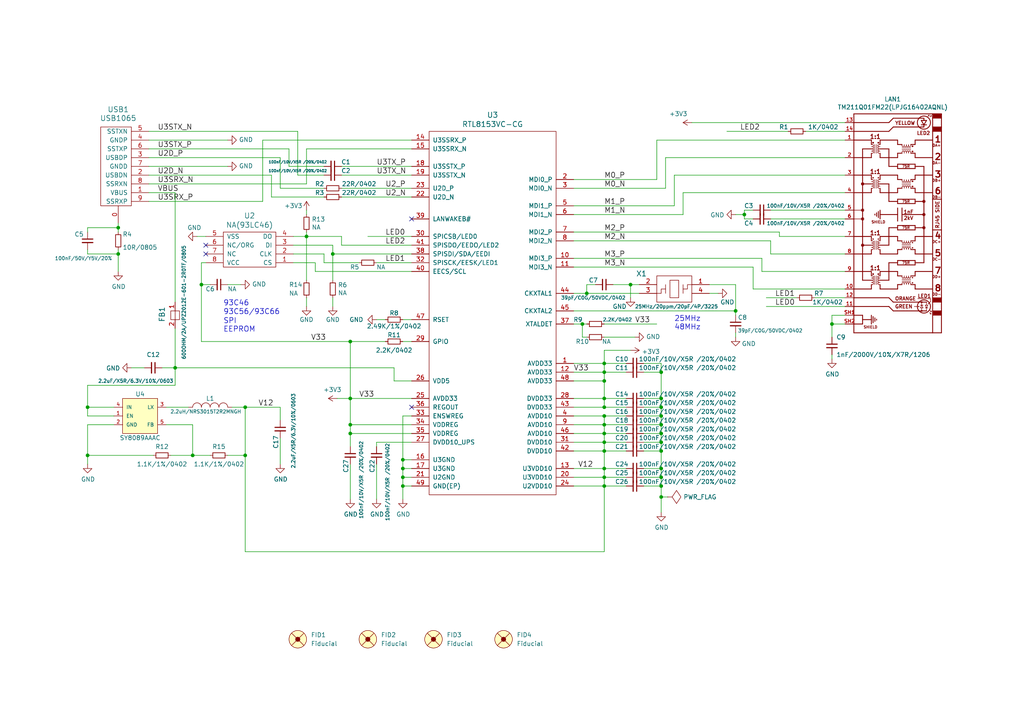
<source format=kicad_sch>
(kicad_sch (version 20230121) (generator eeschema)
  (paper "A4")
  (title_block (title "USB-GIGABIT") (date "2024-01-22") (rev "D") (company "Olimex Ltd."))
  (lib_symbols
    (symbol "OLIMEX_Connectors:TM211Q01FM22" (pin_names (offset 1.016) hide)
      (property "Reference" "LAN" (at -6.35 33.02 0))
      (property "Value" "TM211Q01FM22" (at 6.35 -34.29 0))
      (symbol "TM211Q01FM22_1_0"
        (text "1" (at -11.684 23.114 0) (effects (font (size 1.778 1.778) bold)))
        (text "1:1" (at 6.477 -14.224 0) (effects (font (size 1.27 1.27) bold)))
        (text "1:1" (at 6.477 -4.064 0) (effects (font (size 1.27 1.27) bold)))
        (text "1:1" (at 6.477 13.716 0) (effects (font (size 1.27 1.27) bold)))
        (text "1:1" (at 6.477 23.876 0) (effects (font (size 1.27 1.27) bold)))
        (text "1nF" (at -3.175 2.032 0) (effects (font (size 1.016 1.016) bold)))
        (text "2" (at -11.684 18.034 0) (effects (font (size 1.778 1.778) bold)))
        (text "2kV" (at -3.175 0.254 0) (effects (font (size 1.016 1.016) bold)))
        (text "3" (at -11.684 12.954 0) (effects (font (size 1.778 1.778) bold)))
        (text "4" (at -11.684 -4.826 0) (effects (font (size 1.778 1.778) bold)))
        (text "5" (at -11.684 -9.906 0) (effects (font (size 1.778 1.778) bold)))
        (text "6" (at -11.684 8.128 0) (effects (font (size 1.778 1.778) bold)))
        (text "7" (at -11.684 -14.986 0) (effects (font (size 1.778 1.778) bold)))
        (text "75R" (at -2.413 -12.7 0) (effects (font (size 0.762 0.762) bold)))
        (text "75R" (at -2.413 -2.54 0) (effects (font (size 0.762 0.762) bold)))
        (text "75R" (at -2.413 5.08 0) (effects (font (size 0.762 0.762) bold)))
        (text "75R" (at -2.413 15.24 0) (effects (font (size 0.762 0.762) bold)))
        (text "8" (at -11.684 -20.066 0) (effects (font (size 1.778 1.778) bold)))
        (text "DA+" (at -11.303 21.336 0) (effects (font (size 0.762 0.762) bold)))
        (text "DA-" (at -11.303 16.256 0) (effects (font (size 0.762 0.762) bold)))
        (text "DB+" (at -11.303 11.176 0) (effects (font (size 0.762 0.762) bold)))
        (text "DB-" (at -11.303 6.35 0) (effects (font (size 0.762 0.762) bold)))
        (text "DC+" (at -11.303 -6.604 0) (effects (font (size 0.762 0.762) bold)))
        (text "DC-" (at -11.303 -11.684 0) (effects (font (size 0.762 0.762) bold)))
        (text "DD+" (at -11.303 -16.764 0) (effects (font (size 0.762 0.762) bold)))
        (text "DD-" (at -11.303 -21.844 0) (effects (font (size 0.762 0.762) bold)))
        (text "GREEN" (at -1.778 -25.4 0) (effects (font (size 1.016 1.016) bold)))
        (text "LED1" (at -7.747 -22.352 0) (effects (font (size 1.016 1.016) bold)))
        (text "LED2" (at -7.493 24.892 0) (effects (font (size 1.016 1.016) bold)))
        (text "ORANGE" (at -2.286 -23.114 0) (effects (font (size 1.016 1.016) bold)))
        (text "RJ45 SIDE" (at -11.557 1.27 900) (effects (font (size 1.016 1.016) bold)))
        (text "SHIELD" (at 5.588 -0.889 0) (effects (font (size 0.762 0.762) bold)))
        (text "SHIELD" (at 7.874 -31.369 0) (effects (font (size 0.762 0.762) bold)))
        (text "YELLOW" (at -2.159 27.813 0) (effects (font (size 1.016 1.016) bold)))
      )
      (symbol "TM211Q01FM22_1_1"
        (pin input line (at 15.24 22.86 180) (length 2.54) (name "P1") (number "1"))
        (pin input line (at 15.24 -20.32 180) (length 2.54) (name "P10") (number "10"))
        (pin input line (at 15.24 -25.4 180) (length 2.54) (name "11") (number "11"))
        (pin input line (at 15.24 -22.86 180) (length 2.54) (name "12") (number "12"))
        (pin input line (at 15.24 27.94 180) (length 2.54) (name "13") (number "13"))
        (pin input line (at 15.24 25.4 180) (length 2.54) (name "14") (number "14"))
        (pin input line (at 15.24 17.78 180) (length 2.54) (name "P2") (number "2"))
        (pin input line (at 15.24 12.7 180) (length 2.54) (name "P3") (number "3"))
        (pin input line (at 15.24 7.62 180) (length 2.54) (name "P4") (number "4"))
        (pin input line (at 15.24 2.54 180) (length 2.54) (name "P5") (number "5"))
        (pin input line (at 15.24 0 180) (length 2.54) (name "P6") (number "6"))
        (pin input line (at 15.24 -5.08 180) (length 2.54) (name "P7") (number "7"))
        (pin input line (at 15.24 -10.16 180) (length 2.54) (name "P8") (number "8"))
        (pin input line (at 15.24 -15.24 180) (length 2.54) (name "P9") (number "9"))
        (pin input line (at 15.24 -27.94 180) (length 2.54) (name "SH1") (number "SH1"))
        (pin input line (at 15.24 -30.48 180) (length 2.54) (name "SH2") (number "SH2"))
      )
    )
    (symbol "OLIMEX_IC:RTL8153VCCG" (pin_names (offset 1.016))
      (property "Reference" "U" (at -2.54 58.42 0))
      (property "Value" "RTL8153VCCG" (at 0 -55.88 0))
      (symbol "RTL8153VCCG_1_1"
        (pin power_in line (at 22.86 -13.97 180) (length 5.08) (name "AVDD33") (number "1"))
        (pin bidirectional line (at 22.86 16.51 180) (length 5.08) (name "MDI3_P") (number "10"))
        (pin bidirectional line (at 22.86 13.97 180) (length 5.08) (name "MDI3_N") (number "11"))
        (pin power_in line (at 22.86 -16.51 180) (length 5.08) (name "AVDD33") (number "12"))
        (pin power_in line (at 22.86 -44.45 180) (length 5.08) (name "U3VDD10") (number "13"))
        (pin input line (at -24.13 50.8 0) (length 5.08) (name "U3SSRX_P") (number "14"))
        (pin input line (at -24.13 48.26 0) (length 5.08) (name "U3SSRX_N") (number "15"))
        (pin power_in line (at -24.13 -41.91 0) (length 5.08) (name "U3GND") (number "16"))
        (pin power_in line (at -24.13 -44.45 0) (length 5.08) (name "U3GND") (number "17"))
        (pin output line (at -24.13 43.18 0) (length 5.08) (name "U3SSTX_P") (number "18"))
        (pin output line (at -24.13 40.64 0) (length 5.08) (name "U3SSTX_N") (number "19"))
        (pin bidirectional line (at 22.86 39.37 180) (length 5.08) (name "MDI0_P") (number "2"))
        (pin power_in line (at 22.86 -46.99 180) (length 5.08) (name "U3VDD10") (number "20"))
        (pin power_in line (at -24.13 -46.99 0) (length 5.08) (name "U2GND") (number "21"))
        (pin bidirectional line (at -24.13 34.29 0) (length 5.08) (name "U2D_N") (number "22"))
        (pin bidirectional line (at -24.13 36.83 0) (length 5.08) (name "U2D_P") (number "23"))
        (pin power_in line (at 22.86 -49.53 180) (length 5.08) (name "U2VDD10") (number "24"))
        (pin power_out line (at -24.13 -24.13 0) (length 5.08) (name "AVDD33") (number "25"))
        (pin power_in line (at -24.13 -19.05 0) (length 5.08) (name "VDD5") (number "26"))
        (pin power_out line (at -24.13 -36.83 0) (length 5.08) (name "DVDD10_UPS") (number "27"))
        (pin power_in line (at 22.86 -24.13 180) (length 5.08) (name "DVDD33") (number "28"))
        (pin bidirectional line (at -24.13 -7.62 0) (length 5.08) (name "GPIO") (number "29"))
        (pin bidirectional line (at 22.86 36.83 180) (length 5.08) (name "MDI0_N") (number "3"))
        (pin output line (at -24.13 22.86 0) (length 5.08) (name "SPICSB/LED0") (number "30"))
        (pin power_in line (at 22.86 -36.83 180) (length 5.08) (name "DVDD10") (number "31"))
        (pin output line (at -24.13 15.24 0) (length 5.08) (name "SPISCK/EESK/LED1") (number "32"))
        (pin input line (at -24.13 -29.21 0) (length 5.08) (name "ENSWREG") (number "33"))
        (pin power_in line (at -24.13 -31.75 0) (length 5.08) (name "VDDREG") (number "34"))
        (pin power_in line (at -24.13 -34.29 0) (length 5.08) (name "VDDREG") (number "35"))
        (pin power_out line (at -24.13 -26.67 0) (length 5.08) (name "REGOUT") (number "36"))
        (pin input line (at 22.86 -2.54 180) (length 5.08) (name "XTALDET") (number "37"))
        (pin output line (at -24.13 17.78 0) (length 5.08) (name "SPISDI/SDA/EEDI") (number "38"))
        (pin output line (at -24.13 27.94 0) (length 5.08) (name "LANWAKEB#") (number "39"))
        (pin power_in line (at 22.86 -29.21 180) (length 5.08) (name "AVDD10") (number "4"))
        (pin output line (at -24.13 12.7 0) (length 5.08) (name "EECS/SCL") (number "40"))
        (pin input line (at -24.13 20.32 0) (length 5.08) (name "SPISDO/EEDO/LED2") (number "41"))
        (pin power_in line (at 22.86 -39.37 180) (length 5.08) (name "DVDD10") (number "42"))
        (pin power_in line (at 22.86 -26.67 180) (length 5.08) (name "DVDD33") (number "43"))
        (pin input line (at 22.86 6.35 180) (length 5.08) (name "CKXTAL1") (number "44"))
        (pin bidirectional line (at 22.86 1.27 180) (length 5.08) (name "CKXTAL2") (number "45"))
        (pin power_in line (at 22.86 -34.29 180) (length 5.08) (name "AVDD10") (number "46"))
        (pin passive line (at -24.13 -1.27 0) (length 5.08) (name "RSET") (number "47"))
        (pin power_in line (at 22.86 -19.05 180) (length 5.08) (name "AVDD33") (number "48"))
        (pin power_in line (at -24.13 -49.53 0) (length 5.08) (name "GND(EP)") (number "49"))
        (pin bidirectional line (at 22.86 31.75 180) (length 5.08) (name "MDI1_P") (number "5"))
        (pin bidirectional line (at 22.86 29.21 180) (length 5.08) (name "MDI1_N") (number "6"))
        (pin bidirectional line (at 22.86 24.13 180) (length 5.08) (name "MDI2_P") (number "7"))
        (pin bidirectional line (at 22.86 21.59 180) (length 5.08) (name "MDI2_N") (number "8"))
        (pin power_in line (at 22.86 -31.75 180) (length 5.08) (name "AVDD10") (number "9"))
      )
    )
    (symbol "OLIMEX_OTHER:Fiducial" (pin_numbers hide) (pin_names (offset 0) hide)
      (property "Reference" "FID" (at -1.905 3.175 0))
      (property "Value" "Fiducial" (at -3.81 -4.445 0))
      (symbol "Fiducial_1_1"
        (pin no_connect line (at 0 0 90) (length 0) (name "FID*") (number "Fid1"))
      )
    )
    (symbol "OLIMEX_Power:GND" (power) (pin_names (offset 0))
      (property "Value" "GND" (at 0 -3.81 0))
      (symbol "GND_1_1"
        (pin power_in line (at 0 0 270) (length 0) hide (name "GND") (number "1"))
      )
    )
    (symbol "OLIMEX_Power:PWR_FLAG" (power) (pin_numbers hide) (pin_names (offset 0) hide)
      (property "Value" "PWR_FLAG" (at 0 4.572 0))
      (symbol "PWR_FLAG_0_0"
        (pin power_out line (at 0 0 90) (length 0) (name "pwr") (number "1"))
      )
    )
    (symbol "OLIMEX_RCL:C_Small" (pin_numbers hide) (pin_names (offset 0.254) hide)
      (property "Reference" "C" (at 0.254 1.778 0))
      (property "Value" "C_Small" (at 0.254 -2.032 0))
      (symbol "C_Small_1_1"
        (pin passive line (at 0 2.54 270) (length 1.905) (name "~") (number "1"))
        (pin passive line (at 0 -2.54 90) (length 2.032) (name "~") (number "2"))
      )
    )
    (symbol "OLIMEX_RCL:INDUCTOR_SMALL" (pin_numbers hide) (pin_names (offset 0) hide)
      (property "Reference" "L" (at 0 2.54 0))
      (property "Value" "INDUCTOR_SMALL" (at 0 -1.27 0))
      (symbol "INDUCTOR_SMALL_1_1"
        (pin input line (at -6.35 0 0) (length 1.27) (name "1") (number "1"))
        (pin input line (at 6.35 0 180) (length 1.27) (name "2") (number "2"))
      )
    )
    (symbol "OLIMEX_RCL:R_Small" (pin_numbers hide) (pin_names (offset 0.254) hide)
      (property "Reference" "R" (at 0.762 0.508 0))
      (property "Value" "R_Small" (at 0.762 -1.016 0))
      (symbol "R_Small_1_1"
        (pin passive line (at 0 2.54 270) (length 0.762) (name "~") (number "1"))
        (pin passive line (at 0 -2.54 90) (length 0.762) (name "~") (number "2"))
      )
    )
    (symbol "USB-GIGABIT_Rev_D-rescue:+3.3V-OLIMEX_Power" (power) (pin_names (offset 0))
      (property "Value" "+3.3V-OLIMEX_Power" (at 0 3.556 0))
      (symbol "+3.3V-OLIMEX_Power_1_1"
        (pin power_in line (at 0 0 90) (length 0) hide (name "+3V3") (number "1"))
      )
    )
    (symbol "USB-GIGABIT_Rev_D-rescue:93LC46-lz1ddd" (pin_names (offset 1.016))
      (property "Reference" "U" (at -1.27 6.35 0))
      (property "Value" "lz1ddd_93LC46" (at -1.27 -6.35 0))
      (symbol "93LC46-lz1ddd_1_1"
        (pin input line (at -12.7 3.81 0) (length 5.08) (name "CS") (number "1"))
        (pin input line (at -12.7 1.27 0) (length 5.08) (name "CLK") (number "2"))
        (pin input line (at -12.7 -1.27 0) (length 5.08) (name "DI") (number "3"))
        (pin output line (at -12.7 -3.81 0) (length 5.08) (name "DO") (number "4"))
        (pin power_in line (at 12.7 -3.81 180) (length 5.08) (name "VSS") (number "5"))
        (pin input line (at 12.7 -1.27 180) (length 5.08) (name "NC/ORG") (number "6"))
        (pin input line (at 12.7 1.27 180) (length 5.08) (name "NC") (number "7"))
        (pin power_in line (at 12.7 3.81 180) (length 5.08) (name "VCC") (number "8"))
      )
    )
    (symbol "USB-GIGABIT_Rev_D-rescue:CRYSTAL_4P-lz1ddd" (pin_names (offset 1.016))
      (property "Reference" "X" (at 0 6.35 0))
      (property "Value" "lz1ddd_CRYSTAL_4P" (at 0 -5.08 0))
      (symbol "CRYSTAL_4P-lz1ddd_1_1"
        (pin input line (at -10.16 -1.27 0) (length 5.08) (name "~") (number "1"))
        (pin passive line (at 10.16 -1.27 180) (length 5.08) (name "~") (number "2"))
        (pin bidirectional line (at 10.16 1.27 180) (length 5.08) (name "~") (number "3"))
        (pin passive line (at -10.16 1.27 0) (length 5.08) (name "~") (number "4"))
      )
    )
    (symbol "USB-GIGABIT_Rev_D-rescue:FB0805-lz1ddd" (pin_names (offset 1.016))
      (property "Reference" "FB" (at 0 2.54 0))
      (property "Value" "lz1ddd_FB0805" (at 0 -2.54 0))
      (symbol "FB0805-lz1ddd_1_1"
        (pin power_in line (at -3.81 0 0) (length 2.54) (name "~") (number "1"))
        (pin power_out line (at 3.81 0 180) (length 2.54) (name "~") (number "2"))
      )
    )
    (symbol "USB-GIGABIT_Rev_D-rescue:SY8009AAAC(SOT23-5)-OLIMEX_IC" (pin_names (offset 1.016))
      (property "Reference" "U" (at -3.81 6.35 0))
      (property "Value" "OLIMEX_IC_SY8009AAAC(SOT23-5)" (at -10.16 -7.62 0))
      (symbol "SY8009AAAC(SOT23-5)-OLIMEX_IC_1_1"
        (pin input line (at -7.62 0 0) (length 2.54) (name "EN") (number "1"))
        (pin power_in line (at -7.62 -2.54 0) (length 2.54) (name "GND") (number "2"))
        (pin output line (at 7.62 2.54 180) (length 2.54) (name "LX") (number "3"))
        (pin input line (at -7.62 2.54 0) (length 2.54) (name "IN") (number "4"))
        (pin input line (at 7.62 -2.54 180) (length 2.54) (name "FB") (number "5"))
      )
    )
    (symbol "USB-GIGABIT_Rev_D-rescue:USBA30MALE-OLIMEX_Connectors" (pin_names (offset 1.016))
      (property "Reference" "U" (at -1.27 17.78 0))
      (property "Value" "OLIMEX_Connectors_USBA30MALE" (at 0 15.24 0))
      (symbol "USBA30MALE-OLIMEX_Connectors_1_1"
        (pin bidirectional line (at 0 -13.97 90) (length 5.08) (name "~") (number "0"))
        (pin power_out line (at 8.89 -5.08 180) (length 5.08) (name "VBUS") (number "1"))
        (pin bidirectional line (at 8.89 0 180) (length 5.08) (name "USBDN") (number "2"))
        (pin bidirectional line (at 8.89 5.08 180) (length 5.08) (name "USBDP") (number "3"))
        (pin power_in line (at 8.89 10.16 180) (length 5.08) (name "GNDP") (number "4"))
        (pin bidirectional line (at 8.89 12.7 180) (length 5.08) (name "SSTXN") (number "5"))
        (pin bidirectional line (at 8.89 7.62 180) (length 5.08) (name "SSTXP") (number "6"))
        (pin power_in line (at 8.89 2.54 180) (length 5.08) (name "GNDD") (number "7"))
        (pin bidirectional line (at 8.89 -2.54 180) (length 5.08) (name "SSRXN") (number "8"))
        (pin bidirectional line (at 8.89 -7.62 180) (length 5.08) (name "SSRXP") (number "9"))
      )
    )
  )
  (junction (at 116.84 135.89))
  (junction (at 182.88 82.55))
  (junction (at 191.77 118.11))
  (junction (at 191.77 144.145))
  (junction (at 213.36 90.17))
  (junction (at 25.4 118.11))
  (junction (at 88.9 68.58))
  (junction (at 175.26 140.97))
  (junction (at 191.77 123.19))
  (junction (at 168.91 93.98))
  (junction (at 175.26 128.27))
  (junction (at 175.26 123.19))
  (junction (at 191.77 115.57))
  (junction (at 191.77 130.81))
  (junction (at 25.4 132.08))
  (junction (at 116.84 138.43))
  (junction (at 241.3 93.98))
  (junction (at 191.77 120.65))
  (junction (at 191.77 135.89))
  (junction (at 175.26 135.89))
  (junction (at 191.77 125.73))
  (junction (at 175.26 125.73))
  (junction (at 175.26 138.43))
  (junction (at 175.26 120.65))
  (junction (at 55.88 132.08))
  (junction (at 58.42 82.55))
  (junction (at 50.8 106.68))
  (junction (at 175.26 130.81))
  (junction (at 101.6 99.06))
  (junction (at 34.29 73.66))
  (junction (at 191.77 138.43))
  (junction (at 175.26 107.95))
  (junction (at 170.18 85.09))
  (junction (at 116.84 133.35))
  (junction (at 101.6 115.57))
  (junction (at 71.12 132.08))
  (junction (at 191.77 128.27))
  (junction (at 101.6 123.19))
  (junction (at 116.84 140.97))
  (junction (at 96.52 73.66))
  (junction (at 191.77 107.95))
  (junction (at 175.26 110.49))
  (junction (at 34.29 66.04))
  (junction (at 175.26 105.41))
  (junction (at 191.77 140.97))
  (junction (at 71.12 118.11))
  (junction (at 175.26 118.11))
  (junction (at 101.6 125.73))
  (junction (at 175.26 115.57))
  (junction (at 215.9 62.23))
  (no_connect (at 119.38 118.11))
  (no_connect (at 119.38 63.5))
  (no_connect (at 59.69 73.66))
  (no_connect (at 59.69 71.12))
  (wire (pts (xy 166.37 128.27) (xy 175.26 128.27)))
  (wire (pts (xy 215.9 60.96) (xy 218.44 60.96)))
  (wire (pts (xy 88.9 67.31) (xy 88.9 68.58)))
  (wire (pts (xy 191.77 144.145) (xy 193.675 144.145)))
  (wire (pts (xy 191.77 125.73) (xy 191.77 128.27)))
  (wire (pts (xy 109.22 134.62) (xy 109.22 144.78)))
  (wire (pts (xy 59.69 76.2) (xy 58.42 76.2)))
  (wire (pts (xy 34.29 73.66) (xy 34.29 72.39)))
  (wire (pts (xy 25.4 111.76) (xy 50.8 111.76)))
  (wire (pts (xy 186.69 105.41) (xy 191.77 105.41)))
  (wire (pts (xy 166.37 105.41) (xy 175.26 105.41)))
  (wire (pts (xy 88.9 62.23) (xy 88.9 60.96)))
  (wire (pts (xy 175.26 101.6) (xy 175.26 105.41)))
  (wire (pts (xy 166.37 107.95) (xy 175.26 107.95)))
  (wire (pts (xy 60.96 82.55) (xy 58.42 82.55)))
  (wire (pts (xy 245.11 73.66) (xy 223.52 73.66)))
  (wire (pts (xy 193.04 45.72) (xy 193.04 54.61)))
  (wire (pts (xy 245.11 55.88) (xy 198.12 55.88)))
  (wire (pts (xy 88.9 43.18) (xy 88.9 53.34)))
  (wire (pts (xy 198.12 62.23) (xy 166.37 62.23)))
  (wire (pts (xy 182.88 101.6) (xy 175.26 101.6)))
  (wire (pts (xy 101.6 115.57) (xy 119.38 115.57)))
  (wire (pts (xy 43.18 55.88) (xy 50.8 55.88)))
  (wire (pts (xy 191.77 120.65) (xy 191.77 123.19)))
  (wire (pts (xy 58.42 76.2) (xy 58.42 82.55)))
  (wire (pts (xy 175.26 130.81) (xy 181.61 130.81)))
  (wire (pts (xy 88.9 43.18) (xy 119.38 43.18)))
  (wire (pts (xy 175.26 140.97) (xy 181.61 140.97)))
  (wire (pts (xy 213.36 90.17) (xy 166.37 90.17)))
  (wire (pts (xy 175.26 93.98) (xy 190.5 93.98)))
  (wire (pts (xy 191.77 130.81) (xy 186.69 130.81)))
  (wire (pts (xy 166.37 85.09) (xy 170.18 85.09)))
  (wire (pts (xy 101.6 123.19) (xy 119.38 123.19)))
  (wire (pts (xy 166.37 52.07) (xy 190.5 52.07)))
  (wire (pts (xy 99.06 71.12) (xy 99.06 68.58)))
  (wire (pts (xy 119.38 57.15) (xy 99.06 57.15)))
  (wire (pts (xy 205.74 82.55) (xy 213.36 82.55)))
  (wire (pts (xy 55.88 132.08) (xy 49.53 132.08)))
  (wire (pts (xy 215.9 60.96) (xy 215.9 62.23)))
  (wire (pts (xy 168.91 97.79) (xy 168.91 93.98)))
  (wire (pts (xy 34.29 73.66) (xy 34.29 78.74)))
  (wire (pts (xy 34.29 66.04) (xy 34.29 67.31)))
  (wire (pts (xy 175.26 123.19) (xy 175.26 125.73)))
  (wire (pts (xy 50.8 106.68) (xy 114.3 106.68)))
  (wire (pts (xy 175.26 130.81) (xy 175.26 135.89)))
  (wire (pts (xy 166.37 140.97) (xy 175.26 140.97)))
  (wire (pts (xy 191.77 135.89) (xy 191.77 138.43)))
  (wire (pts (xy 71.12 118.11) (xy 81.28 118.11)))
  (wire (pts (xy 85.09 71.12) (xy 96.52 71.12)))
  (wire (pts (xy 218.44 77.47) (xy 166.37 77.47)))
  (wire (pts (xy 119.38 138.43) (xy 116.84 138.43)))
  (wire (pts (xy 166.37 115.57) (xy 175.26 115.57)))
  (wire (pts (xy 25.4 66.04) (xy 25.4 67.31)))
  (wire (pts (xy 109.22 129.54) (xy 109.22 128.27)))
  (wire (pts (xy 245.11 93.98) (xy 241.3 93.98)))
  (wire (pts (xy 166.37 130.81) (xy 175.26 130.81)))
  (wire (pts (xy 220.98 78.74) (xy 245.11 78.74)))
  (wire (pts (xy 175.26 115.57) (xy 175.26 118.11)))
  (wire (pts (xy 245.11 38.1) (xy 233.68 38.1)))
  (wire (pts (xy 116.84 120.65) (xy 116.84 133.35)))
  (wire (pts (xy 88.9 53.34) (xy 43.18 53.34)))
  (wire (pts (xy 119.38 68.58) (xy 106.68 68.58)))
  (wire (pts (xy 50.8 106.68) (xy 50.8 95.25)))
  (wire (pts (xy 191.77 107.95) (xy 191.77 115.57)))
  (wire (pts (xy 166.37 67.31) (xy 226.06 67.31)))
  (wire (pts (xy 166.37 135.89) (xy 175.26 135.89)))
  (wire (pts (xy 241.3 102.87) (xy 241.3 104.14)))
  (wire (pts (xy 116.84 133.35) (xy 119.38 133.35)))
  (wire (pts (xy 210.82 38.1) (xy 228.6 38.1)))
  (wire (pts (xy 191.77 140.97) (xy 191.77 144.145)))
  (wire (pts (xy 50.8 111.76) (xy 50.8 106.68)))
  (wire (pts (xy 43.18 45.72) (xy 81.28 45.72)))
  (wire (pts (xy 175.26 120.65) (xy 175.26 123.19)))
  (wire (pts (xy 96.52 73.66) (xy 96.52 81.28)))
  (wire (pts (xy 245.11 63.5) (xy 223.52 63.5)))
  (wire (pts (xy 170.18 82.55) (xy 170.18 85.09)))
  (wire (pts (xy 25.4 73.66) (xy 34.29 73.66)))
  (wire (pts (xy 245.11 88.9) (xy 222.25 88.9)))
  (wire (pts (xy 66.04 132.08) (xy 71.12 132.08)))
  (wire (pts (xy 76.2 58.42) (xy 43.18 58.42)))
  (wire (pts (xy 218.44 83.82) (xy 218.44 77.47)))
  (wire (pts (xy 241.3 93.98) (xy 241.3 97.79)))
  (wire (pts (xy 81.28 134.62) (xy 81.28 127)))
  (wire (pts (xy 86.36 38.1) (xy 43.18 38.1)))
  (wire (pts (xy 67.31 118.11) (xy 71.12 118.11)))
  (wire (pts (xy 166.37 125.73) (xy 175.26 125.73)))
  (wire (pts (xy 60.96 132.08) (xy 55.88 132.08)))
  (wire (pts (xy 195.58 50.8) (xy 245.11 50.8)))
  (wire (pts (xy 101.6 99.06) (xy 111.76 99.06)))
  (wire (pts (xy 186.69 138.43) (xy 191.77 138.43)))
  (wire (pts (xy 119.38 50.8) (xy 99.06 50.8)))
  (wire (pts (xy 191.77 128.27) (xy 186.69 128.27)))
  (wire (pts (xy 191.77 123.19) (xy 186.69 123.19)))
  (wire (pts (xy 220.98 74.93) (xy 220.98 78.74)))
  (wire (pts (xy 34.29 64.77) (xy 34.29 66.04)))
  (wire (pts (xy 34.29 66.04) (xy 25.4 66.04)))
  (wire (pts (xy 116.84 140.97) (xy 116.84 144.78)))
  (wire (pts (xy 101.6 115.57) (xy 101.6 123.19)))
  (wire (pts (xy 166.37 123.19) (xy 175.26 123.19)))
  (wire (pts (xy 168.91 93.98) (xy 170.18 93.98)))
  (wire (pts (xy 175.26 110.49) (xy 175.26 115.57)))
  (wire (pts (xy 96.52 88.9) (xy 96.52 86.36)))
  (wire (pts (xy 99.06 68.58) (xy 88.9 68.58)))
  (wire (pts (xy 99.06 54.61) (xy 119.38 54.61)))
  (wire (pts (xy 86.36 50.8) (xy 93.98 50.8)))
  (wire (pts (xy 116.84 133.35) (xy 116.84 135.89)))
  (wire (pts (xy 175.26 138.43) (xy 175.26 140.97)))
  (wire (pts (xy 215.9 62.23) (xy 215.9 63.5)))
  (wire (pts (xy 213.36 96.52) (xy 213.36 97.79)))
  (wire (pts (xy 58.42 99.06) (xy 101.6 99.06)))
  (wire (pts (xy 175.26 107.95) (xy 181.61 107.95)))
  (wire (pts (xy 175.26 107.95) (xy 175.26 110.49)))
  (wire (pts (xy 191.77 138.43) (xy 191.77 140.97)))
  (wire (pts (xy 177.8 82.55) (xy 182.88 82.55)))
  (wire (pts (xy 241.3 91.44) (xy 241.3 93.98)))
  (wire (pts (xy 191.77 125.73) (xy 186.69 125.73)))
  (wire (pts (xy 43.18 40.64) (xy 66.04 40.64)))
  (wire (pts (xy 175.26 123.19) (xy 181.61 123.19)))
  (wire (pts (xy 245.11 91.44) (xy 241.3 91.44)))
  (wire (pts (xy 213.36 90.17) (xy 213.36 91.44)))
  (wire (pts (xy 43.18 48.26) (xy 66.04 48.26)))
  (wire (pts (xy 182.88 82.55) (xy 182.88 86.36)))
  (wire (pts (xy 33.02 118.11) (xy 25.4 118.11)))
  (wire (pts (xy 83.82 48.26) (xy 93.98 48.26)))
  (wire (pts (xy 58.42 82.55) (xy 58.42 99.06)))
  (wire (pts (xy 198.12 55.88) (xy 198.12 62.23)))
  (wire (pts (xy 182.88 82.55) (xy 185.42 82.55)))
  (wire (pts (xy 25.4 118.11) (xy 25.4 111.76)))
  (wire (pts (xy 175.26 105.41) (xy 181.61 105.41)))
  (wire (pts (xy 93.98 76.2) (xy 93.98 73.66)))
  (wire (pts (xy 41.91 106.68) (xy 38.1 106.68)))
  (wire (pts (xy 66.04 82.55) (xy 69.85 82.55)))
  (wire (pts (xy 166.37 59.69) (xy 195.58 59.69)))
  (wire (pts (xy 213.36 82.55) (xy 213.36 90.17)))
  (wire (pts (xy 93.98 57.15) (xy 78.74 57.15)))
  (wire (pts (xy 166.37 120.65) (xy 175.26 120.65)))
  (wire (pts (xy 170.18 97.79) (xy 168.91 97.79)))
  (wire (pts (xy 33.02 123.19) (xy 25.4 123.19)))
  (wire (pts (xy 166.37 93.98) (xy 168.91 93.98)))
  (wire (pts (xy 226.06 67.31) (xy 226.06 68.58)))
  (wire (pts (xy 175.26 128.27) (xy 175.26 130.81)))
  (wire (pts (xy 48.26 123.19) (xy 55.88 123.19)))
  (wire (pts (xy 166.37 74.93) (xy 220.98 74.93)))
  (wire (pts (xy 175.26 138.43) (xy 181.61 138.43)))
  (wire (pts (xy 205.74 85.09) (xy 208.28 85.09)))
  (wire (pts (xy 119.38 125.73) (xy 101.6 125.73)))
  (wire (pts (xy 166.37 138.43) (xy 175.26 138.43)))
  (wire (pts (xy 119.38 135.89) (xy 116.84 135.89)))
  (wire (pts (xy 166.37 118.11) (xy 175.26 118.11)))
  (wire (pts (xy 46.99 106.68) (xy 50.8 106.68)))
  (wire (pts (xy 50.8 55.88) (xy 50.8 87.63)))
  (wire (pts (xy 191.77 118.11) (xy 191.77 120.65)))
  (wire (pts (xy 59.69 68.58) (xy 57.15 68.58)))
  (wire (pts (xy 88.9 88.9) (xy 88.9 86.36)))
  (wire (pts (xy 25.4 120.65) (xy 33.02 120.65)))
  (wire (pts (xy 191.77 144.145) (xy 191.77 148.59)))
  (wire (pts (xy 119.38 71.12) (xy 99.06 71.12)))
  (wire (pts (xy 175.26 135.89) (xy 181.61 135.89)))
  (wire (pts (xy 170.18 85.09) (xy 185.42 85.09)))
  (wire (pts (xy 114.3 110.49) (xy 119.38 110.49)))
  (wire (pts (xy 195.58 59.69) (xy 195.58 50.8)))
  (wire (pts (xy 223.52 73.66) (xy 223.52 69.85)))
  (wire (pts (xy 223.52 60.96) (xy 245.11 60.96)))
  (wire (pts (xy 245.11 83.82) (xy 218.44 83.82)))
  (wire (pts (xy 25.4 118.11) (xy 25.4 120.65)))
  (wire (pts (xy 71.12 132.08) (xy 71.12 118.11)))
  (wire (pts (xy 54.61 118.11) (xy 48.26 118.11)))
  (wire (pts (xy 245.11 45.72) (xy 193.04 45.72)))
  (wire (pts (xy 116.84 92.71) (xy 119.38 92.71)))
  (wire (pts (xy 175.26 128.27) (xy 181.61 128.27)))
  (wire (pts (xy 78.74 50.8) (xy 43.18 50.8)))
  (wire (pts (xy 93.98 73.66) (xy 85.09 73.66)))
  (wire (pts (xy 88.9 68.58) (xy 85.09 68.58)))
  (wire (pts (xy 111.76 92.71) (xy 109.22 92.71)))
  (wire (pts (xy 116.84 135.89) (xy 116.84 138.43)))
  (wire (pts (xy 119.38 120.65) (xy 116.84 120.65)))
  (wire (pts (xy 175.26 160.02) (xy 71.12 160.02)))
  (wire (pts (xy 88.9 68.58) (xy 88.9 81.28)))
  (wire (pts (xy 191.77 123.19) (xy 191.77 125.73)))
  (wire (pts (xy 175.26 125.73) (xy 181.61 125.73)))
  (wire (pts (xy 119.38 73.66) (xy 96.52 73.66)))
  (wire (pts (xy 191.77 140.97) (xy 186.69 140.97)))
  (wire (pts (xy 191.77 115.57) (xy 186.69 115.57)))
  (wire (pts (xy 43.18 43.18) (xy 83.82 43.18)))
  (wire (pts (xy 191.77 130.81) (xy 191.77 135.89)))
  (wire (pts (xy 91.44 76.2) (xy 85.09 76.2)))
  (wire (pts (xy 81.28 54.61) (xy 93.98 54.61)))
  (wire (pts (xy 25.4 132.08) (xy 44.45 132.08)))
  (wire (pts (xy 175.26 105.41) (xy 175.26 107.95)))
  (wire (pts (xy 191.77 105.41) (xy 191.77 107.95)))
  (wire (pts (xy 116.84 138.43) (xy 116.84 140.97)))
  (wire (pts (xy 99.06 48.26) (xy 119.38 48.26)))
  (wire (pts (xy 236.22 86.36) (xy 245.11 86.36)))
  (wire (pts (xy 175.26 120.65) (xy 181.61 120.65)))
  (wire (pts (xy 114.3 106.68) (xy 114.3 110.49)))
  (wire (pts (xy 93.98 76.2) (xy 104.14 76.2)))
  (wire (pts (xy 83.82 43.18) (xy 83.82 48.26)))
  (wire (pts (xy 215.9 62.23) (xy 213.36 62.23)))
  (wire (pts (xy 193.04 54.61) (xy 166.37 54.61)))
  (wire (pts (xy 175.26 140.97) (xy 175.26 160.02)))
  (wire (pts (xy 25.4 73.66) (xy 25.4 72.39)))
  (wire (pts (xy 175.26 135.89) (xy 175.26 138.43)))
  (wire (pts (xy 200.66 35.56) (xy 245.11 35.56)))
  (wire (pts (xy 191.77 115.57) (xy 191.77 118.11)))
  (wire (pts (xy 101.6 125.73) (xy 101.6 123.19)))
  (wire (pts (xy 101.6 125.73) (xy 101.6 129.54)))
  (wire (pts (xy 25.4 123.19) (xy 25.4 132.08)))
  (wire (pts (xy 175.26 125.73) (xy 175.26 128.27)))
  (wire (pts (xy 190.5 40.64) (xy 245.11 40.64)))
  (wire (pts (xy 186.69 107.95) (xy 191.77 107.95)))
  (wire (pts (xy 175.26 97.79) (xy 184.15 97.79)))
  (wire (pts (xy 191.77 128.27) (xy 191.77 130.81)))
  (wire (pts (xy 109.22 128.27) (xy 119.38 128.27)))
  (wire (pts (xy 91.44 78.74) (xy 91.44 76.2)))
  (wire (pts (xy 223.52 69.85) (xy 166.37 69.85)))
  (wire (pts (xy 109.22 76.2) (xy 119.38 76.2)))
  (wire (pts (xy 190.5 52.07) (xy 190.5 40.64)))
  (wire (pts (xy 172.72 82.55) (xy 170.18 82.55)))
  (wire (pts (xy 81.28 45.72) (xy 81.28 54.61)))
  (wire (pts (xy 222.25 86.36) (xy 231.14 86.36)))
  (wire (pts (xy 215.9 63.5) (xy 218.44 63.5)))
  (wire (pts (xy 116.84 99.06) (xy 119.38 99.06)))
  (wire (pts (xy 81.28 121.92) (xy 81.28 118.11)))
  (wire (pts (xy 78.74 57.15) (xy 78.74 50.8)))
  (wire (pts (xy 191.77 135.89) (xy 186.69 135.89)))
  (wire (pts (xy 191.77 118.11) (xy 186.69 118.11)))
  (wire (pts (xy 97.79 115.57) (xy 101.6 115.57)))
  (wire (pts (xy 175.26 118.11) (xy 181.61 118.11)))
  (wire (pts (xy 175.26 115.57) (xy 181.61 115.57)))
  (wire (pts (xy 166.37 110.49) (xy 175.26 110.49)))
  (wire (pts (xy 71.12 160.02) (xy 71.12 132.08)))
  (wire (pts (xy 55.88 123.19) (xy 55.88 132.08)))
  (wire (pts (xy 191.77 120.65) (xy 186.69 120.65)))
  (wire (pts (xy 96.52 71.12) (xy 96.52 73.66)))
  (wire (pts (xy 25.4 132.08) (xy 25.4 134.62)))
  (wire (pts (xy 101.6 134.62) (xy 101.6 144.78)))
  (wire (pts (xy 119.38 140.97) (xy 116.84 140.97)))
  (wire (pts (xy 76.2 40.64) (xy 76.2 58.42)))
  (wire (pts (xy 86.36 50.8) (xy 86.36 38.1)))
  (wire (pts (xy 101.6 99.06) (xy 101.6 115.57)))
  (wire (pts (xy 119.38 78.74) (xy 91.44 78.74)))
  (wire (pts (xy 226.06 68.58) (xy 245.11 68.58)))
  (wire (pts (xy 119.38 40.64) (xy 76.2 40.64)))
  (text "93C56/93C66" (at 64.77 91.44 0) (effects (font (size 1.524 1.524)) (justify left bottom)))
  (text "25MHz\n48MHz" (at 195.58 95.885 0) (effects (font (size 1.524 1.524)) (justify left bottom)))
  (text "SPI\nEEPROM" (at 64.77 96.52 0) (effects (font (size 1.524 1.524)) (justify left bottom)))
  (text "93C46" (at 64.77 88.9 0) (effects (font (size 1.524 1.524)) (justify left bottom)))
  (label "U2_P" (at 111.76 54.61 0) (effects (font (size 1.524 1.524))))
  (label "LED1" (at 224.79 86.36 0) (effects (font (size 1.524 1.524))))
  (label "U3TX_P" (at 109.22 48.26 0) (effects (font (size 1.524 1.524))))
  (label "LED2" (at 111.76 71.12 0) (effects (font (size 1.524 1.524))))
  (label "V12" (at 74.93 118.11 0) (effects (font (size 1.524 1.524))))
  (label "M0_N" (at 175.26 54.61 0) (effects (font (size 1.524 1.524))))
  (label "U3TX_N" (at 109.22 50.8 0) (effects (font (size 1.524 1.524))))
  (label "U3SRX_P" (at 45.72 58.42 0) (effects (font (size 1.524 1.524))))
  (label "LED0" (at 224.79 88.9 0) (effects (font (size 1.524 1.524))))
  (label "V33" (at 104.14 115.57 0) (effects (font (size 1.524 1.524))))
  (label "M2_N" (at 175.26 69.85 0) (effects (font (size 1.524 1.524))))
  (label "U3STX_N" (at 45.72 38.1 0) (effects (font (size 1.524 1.524))))
  (label "LED0" (at 111.76 68.58 0) (effects (font (size 1.524 1.524))))
  (label "V33" (at 166.37 107.95 0) (effects (font (size 1.524 1.524))))
  (label "V33" (at 184.15 93.98 0) (effects (font (size 1.524 1.524))))
  (label "M3_P" (at 175.26 74.93 0) (effects (font (size 1.524 1.524))))
  (label "V33" (at 90.17 99.06 0) (effects (font (size 1.524 1.524))))
  (label "U2_N" (at 111.76 57.15 0) (effects (font (size 1.524 1.524))))
  (label "U3SRX_N" (at 45.72 53.34 0) (effects (font (size 1.524 1.524))))
  (label "LED1" (at 111.76 76.2 0) (effects (font (size 1.524 1.524))))
  (label "U3STX_P" (at 45.72 43.18 0) (effects (font (size 1.524 1.524))))
  (label "M0_P" (at 175.26 52.07 0) (effects (font (size 1.524 1.524))))
  (label "M3_N" (at 175.26 77.47 0) (effects (font (size 1.524 1.524))))
  (label "U2D_N" (at 45.72 50.8 0) (effects (font (size 1.524 1.524))))
  (label "VBUS" (at 45.72 55.88 0) (effects (font (size 1.524 1.524))))
  (label "V12" (at 167.64 135.89 0) (effects (font (size 1.524 1.524))))
  (label "M1_P" (at 175.26 59.69 0) (effects (font (size 1.524 1.524))))
  (label "LED2" (at 214.63 38.1 0) (effects (font (size 1.524 1.524))))
  (label "M2_P" (at 175.26 67.31 0) (effects (font (size 1.524 1.524))))
  (label "U2D_P" (at 45.72 45.72 0) (effects (font (size 1.524 1.524))))
  (label "M1_N" (at 175.26 62.23 0) (effects (font (size 1.524 1.524))))
  (symbol (lib_id "OLIMEX_IC:RTL8153VCCG") (at 143.51 91.44 0) (unit 1)
    (property "Reference" "U3" (at 142.875 33.3502 0) (effects (font (size 1.524 1.524))))
    (property "Value" "RTL8153VC-CG" (at 142.875 36.0426 0) (effects (font (size 1.524 1.524))))
    (property "Footprint" "OLIMEX_IC-FP:QFN48-6x6mm-OLIMEX_V2" (effects hide))
  )
  (symbol (lib_id "OLIMEX_Connectors:TM211Q01FM22") (at 260.35 63.5 0) (mirror y) (unit 1)
    (property "Reference" "LAN1" (at 258.9276 28.7782 0))
    (property "Value" "TM211Q01FM22(LPJG16402AQNL)" (at 258.9276 31.0896 0))
    (property "Footprint" "OLIMEX_Connectors-FP:TM211Q01FM22" (effects hide))
  )
  (symbol (lib_id "OLIMEX_RCL:C_Small") (at 241.3 100.33 0) (unit 1)
    (property "Reference" "C9" (at 242.57 97.79 0) (effects (justify left)))
    (property "Value" "1nF/2000V/10%/X7R/1206" (at 242.57 102.87 0) (effects (justify left)))
    (property "Footprint" "OLIMEX_RLC-FP:C_1206_5MIL_DWS_ISO" (effects hide))
  )
  (symbol (lib_id "OLIMEX_Power:GND") (at 241.3 104.14 0) (unit 1)
    (property "Reference" "#PWR01" (effects hide))
    (property "Value" "GND" (at 241.427 108.5342 0))
  )
  (symbol (lib_id "OLIMEX_RCL:C_Small") (at 220.98 60.96 270) (unit 1)
    (property "Reference" "C3" (at 217.17 59.69 90))
    (property "Value" "100nF/10V/X5R /20%/0402" (at 233.68 59.69 90) (effects (font (size 1.016 1.016))))
    (property "Footprint" "OLIMEX_RLC-FP:C_0402_5MIL_DWS" (effects hide))
  )
  (symbol (lib_id "OLIMEX_RCL:C_Small") (at 220.98 63.5 270) (unit 1)
    (property "Reference" "C4" (at 217.17 64.77 90))
    (property "Value" "100nF/10V/X5R /20%/0402" (at 233.68 64.77 90) (effects (font (size 1.016 1.016))))
    (property "Footprint" "OLIMEX_RLC-FP:C_0402_5MIL_DWS" (effects hide))
  )
  (symbol (lib_id "OLIMEX_Power:GND") (at 213.36 62.23 270) (unit 1)
    (property "Reference" "#PWR02" (effects hide))
    (property "Value" "GND" (at 210.1088 62.357 90) (effects (justify right)))
  )
  (symbol (lib_id "OLIMEX_RCL:R_Small") (at 231.14 38.1 270) (unit 1)
    (property "Reference" "R1" (at 227.33 36.83 90))
    (property "Value" "1K/0402" (at 238.76 36.83 90))
    (property "Footprint" "OLIMEX_RLC-FP:R_0402_5MIL_DWS" (effects hide))
  )
  (symbol (lib_id "OLIMEX_RCL:R_Small") (at 233.68 86.36 270) (unit 1)
    (property "Reference" "R7" (at 237.49 85.09 90))
    (property "Value" "1K/0402" (at 240.03 87.63 90))
    (property "Footprint" "OLIMEX_RLC-FP:R_0402_5MIL_DWS" (effects hide))
  )
  (symbol (lib_id "OLIMEX_RCL:R_Small") (at 34.29 69.85 0) (unit 1)
    (property "Reference" "R4" (at 35.56 67.945 0) (effects (justify left)))
    (property "Value" "10R/0805" (at 35.56 71.755 0) (effects (justify left)))
    (property "Footprint" "OLIMEX_RLC-FP:R_0805_5MIL_DWS" (effects hide))
  )
  (symbol (lib_id "OLIMEX_RCL:C_Small") (at 25.4 69.85 0) (unit 1)
    (property "Reference" "C5" (at 21.59 67.945 0) (effects (justify left)))
    (property "Value" "100nF/50V/Y5V/20%" (at 15.875 74.93 0) (effects (font (size 1.016 1.016)) (justify left)))
    (property "Footprint" "OLIMEX_RLC-FP:C_0805_5MIL_DWS" (effects hide))
  )
  (symbol (lib_id "OLIMEX_Power:GND") (at 34.29 78.74 0) (unit 1)
    (property "Reference" "#PWR04" (effects hide))
    (property "Value" "GND" (at 34.417 83.1342 0))
  )
  (symbol (lib_id "OLIMEX_RCL:R_Small") (at 96.52 57.15 270) (unit 1)
    (property "Reference" "R3" (at 92.71 55.88 90))
    (property "Value" "22R/0402" (at 104.14 55.88 90))
    (property "Footprint" "OLIMEX_RLC-FP:R_0402_5MIL_DWS" (effects hide))
  )
  (symbol (lib_id "OLIMEX_RCL:R_Small") (at 96.52 54.61 270) (unit 1)
    (property "Reference" "R2" (at 92.71 53.34 90))
    (property "Value" "22R/0402" (at 104.14 53.34 90))
    (property "Footprint" "OLIMEX_RLC-FP:R_0402_5MIL_DWS" (effects hide))
  )
  (symbol (lib_id "OLIMEX_Power:GND") (at 66.04 40.64 90) (unit 1)
    (property "Reference" "#PWR05" (effects hide))
    (property "Value" "GND" (at 69.2912 40.513 90) (effects (justify right)))
  )
  (symbol (lib_id "OLIMEX_Power:GND") (at 66.04 48.26 90) (unit 1)
    (property "Reference" "#PWR06" (effects hide))
    (property "Value" "GND" (at 69.2912 48.133 90) (effects (justify right)))
  )
  (symbol (lib_id "OLIMEX_Power:GND") (at 116.84 144.78 0) (unit 1)
    (property "Reference" "#PWR07" (effects hide))
    (property "Value" "GND" (at 116.967 149.1742 0))
  )
  (symbol (lib_id "OLIMEX_RCL:C_Small") (at 96.52 48.26 270) (unit 1)
    (property "Reference" "C1" (at 100.33 46.99 90))
    (property "Value" "100nF/10V/X5R /20%/0402" (at 86.36 46.99 90) (effects (font (size 0.762 0.762))))
    (property "Footprint" "OLIMEX_RLC-FP:C_0402_5MIL_DWS" (effects hide))
  )
  (symbol (lib_id "OLIMEX_RCL:C_Small") (at 96.52 50.8 270) (unit 1)
    (property "Reference" "C2" (at 100.33 49.53 90))
    (property "Value" "100nF/10V/X5R /20%/0402" (at 86.36 49.53 90) (effects (font (size 0.762 0.762))))
    (property "Footprint" "OLIMEX_RLC-FP:C_0402_5MIL_DWS" (effects hide))
  )
  (symbol (lib_id "OLIMEX_RCL:C_Small") (at 81.28 124.46 0) (unit 1)
    (property "Reference" "C17" (at 80.01 130.175 90) (effects (justify left)))
    (property "Value" "2.2uF/X5R/6.3V/10%/0603" (at 85.09 135.89 90) (effects (font (size 1.016 1.016)) (justify left)))
    (property "Footprint" "OLIMEX_RLC-FP:C_0603_5MIL_DWS" (effects hide))
  )
  (symbol (lib_id "OLIMEX_Power:GND") (at 81.28 134.62 0) (unit 1)
    (property "Reference" "#PWR08" (effects hide))
    (property "Value" "GND" (at 81.407 139.0142 0))
  )
  (symbol (lib_id "OLIMEX_RCL:R_Small") (at 114.3 92.71 270) (unit 1)
    (property "Reference" "R8" (at 114.3 90.805 90))
    (property "Value" "2.49K/1%/0402" (at 114.3 94.615 90))
    (property "Footprint" "OLIMEX_RLC-FP:R_0402_5MIL_DWS" (effects hide))
  )
  (symbol (lib_id "OLIMEX_Power:GND") (at 109.22 92.71 270) (unit 1)
    (property "Reference" "#PWR09" (effects hide))
    (property "Value" "GND" (at 105.41 92.71 90) (effects (justify right)))
  )
  (symbol (lib_id "OLIMEX_RCL:C_Small") (at 109.22 132.08 0) (unit 1)
    (property "Reference" "C22" (at 107.95 137.16 90) (effects (justify left)))
    (property "Value" "100nF/10V/X5R /20%/0402" (at 112.395 151.13 90) (effects (font (size 1.016 1.016)) (justify left)))
    (property "Footprint" "OLIMEX_RLC-FP:C_0402_5MIL_DWS" (effects hide))
  )
  (symbol (lib_id "OLIMEX_Power:GND") (at 109.22 144.78 0) (unit 1)
    (property "Reference" "#PWR010" (effects hide))
    (property "Value" "GND" (at 109.347 149.1742 0))
  )
  (symbol (lib_id "OLIMEX_RCL:R_Small") (at 114.3 99.06 270) (unit 1)
    (property "Reference" "R11" (at 114.3 97.155 90))
    (property "Value" "2.2K/0402" (at 114.3 101.6 90))
    (property "Footprint" "OLIMEX_RLC-FP:R_0402_5MIL_DWS" (effects hide))
  )
  (symbol (lib_id "OLIMEX_RCL:C_Small") (at 184.15 105.41 270) (unit 1)
    (property "Reference" "C10" (at 180.34 104.14 90))
    (property "Value" "100nF/10V/X5R /20%/0402" (at 199.39 104.14 90))
    (property "Footprint" "OLIMEX_RLC-FP:C_0402_5MIL_DWS" (effects hide))
  )
  (symbol (lib_id "OLIMEX_RCL:C_Small") (at 184.15 107.95 270) (unit 1)
    (property "Reference" "C11" (at 180.34 106.68 90))
    (property "Value" "100nF/10V/X5R /20%/0402" (at 199.39 106.68 90))
    (property "Footprint" "OLIMEX_RLC-FP:C_0402_5MIL_DWS" (effects hide))
  )
  (symbol (lib_id "OLIMEX_RCL:C_Small") (at 184.15 115.57 270) (unit 1)
    (property "Reference" "C14" (at 180.34 114.3 90))
    (property "Value" "100nF/10V/X5R /20%/0402" (at 199.39 114.3 90))
    (property "Footprint" "OLIMEX_RLC-FP:C_0402_5MIL_DWS" (effects hide))
  )
  (symbol (lib_id "OLIMEX_RCL:C_Small") (at 184.15 118.11 270) (unit 1)
    (property "Reference" "C15" (at 180.34 116.84 90))
    (property "Value" "100nF/10V/X5R /20%/0402" (at 199.39 116.84 90))
    (property "Footprint" "OLIMEX_RLC-FP:C_0402_5MIL_DWS" (effects hide))
  )
  (symbol (lib_id "OLIMEX_RCL:C_Small") (at 184.15 120.65 270) (unit 1)
    (property "Reference" "C16" (at 180.34 119.38 90))
    (property "Value" "100nF/10V/X5R /20%/0402" (at 199.39 119.38 90))
    (property "Footprint" "OLIMEX_RLC-FP:C_0402_5MIL_DWS" (effects hide))
  )
  (symbol (lib_id "OLIMEX_RCL:C_Small") (at 184.15 123.19 270) (unit 1)
    (property "Reference" "C18" (at 180.34 121.92 90))
    (property "Value" "100nF/10V/X5R /20%/0402" (at 199.39 121.92 90))
    (property "Footprint" "OLIMEX_RLC-FP:C_0402_5MIL_DWS" (effects hide))
  )
  (symbol (lib_id "OLIMEX_RCL:C_Small") (at 184.15 125.73 270) (unit 1)
    (property "Reference" "C19" (at 180.34 124.46 90))
    (property "Value" "100nF/10V/X5R /20%/0402" (at 199.39 124.46 90))
    (property "Footprint" "OLIMEX_RLC-FP:C_0402_5MIL_DWS" (effects hide))
  )
  (symbol (lib_id "OLIMEX_RCL:C_Small") (at 184.15 135.89 270) (unit 1)
    (property "Reference" "C24" (at 180.34 134.62 90))
    (property "Value" "100nF/10V/X5R /20%/0402" (at 199.39 134.62 90))
    (property "Footprint" "OLIMEX_RLC-FP:C_0402_5MIL_DWS" (effects hide))
  )
  (symbol (lib_id "OLIMEX_RCL:C_Small") (at 184.15 138.43 270) (unit 1)
    (property "Reference" "C25" (at 180.34 137.16 90))
    (property "Value" "100nF/10V/X5R /20%/0402" (at 199.39 137.16 90))
    (property "Footprint" "OLIMEX_RLC-FP:C_0402_5MIL_DWS" (effects hide))
  )
  (symbol (lib_id "OLIMEX_RCL:C_Small") (at 184.15 140.97 270) (unit 1)
    (property "Reference" "C26" (at 180.34 139.7 90))
    (property "Value" "100nF/10V/X5R /20%/0402" (at 199.39 139.7 90))
    (property "Footprint" "OLIMEX_RLC-FP:C_0402_5MIL_DWS" (effects hide))
  )
  (symbol (lib_id "OLIMEX_RCL:C_Small") (at 184.15 128.27 270) (unit 1)
    (property "Reference" "C20" (at 180.34 127 90))
    (property "Value" "100nF/10V/X5R /20%/0402" (at 199.39 127 90))
    (property "Footprint" "OLIMEX_RLC-FP:C_0402_5MIL_DWS" (effects hide))
  )
  (symbol (lib_id "OLIMEX_RCL:C_Small") (at 184.15 130.81 270) (unit 1)
    (property "Reference" "C21" (at 180.34 129.54 90))
    (property "Value" "100nF/10V/X5R /20%/0402" (at 199.39 129.54 90))
    (property "Footprint" "OLIMEX_RLC-FP:C_0402_5MIL_DWS" (effects hide))
  )
  (symbol (lib_id "OLIMEX_Power:GND") (at 191.77 148.59 0) (unit 1)
    (property "Reference" "#PWR011" (effects hide))
    (property "Value" "GND" (at 191.897 152.9842 0))
  )
  (symbol (lib_id "USB-GIGABIT_Rev_D-rescue:FB0805-lz1ddd") (at 50.8 91.44 270) (unit 1)
    (property "Reference" "FB1" (at 46.99 88.9 0) (effects (font (size 1.524 1.524)) (justify left)))
    (property "Value" " 600OHM/2A/UPZ2012E-601-2R0TF/0805" (at 53.34 71.12 0) (effects (font (size 1.016 1.016)) (justify left)))
    (property "Footprint" "OLIMEX_RLC-FP:L_0805_5MIL_DWS" (effects hide))
  )
  (symbol (lib_id "OLIMEX_RCL:C_Small") (at 44.45 106.68 270) (unit 1)
    (property "Reference" "C12" (at 44.45 102.87 90))
    (property "Value" "2.2uF/X5R/6.3V/10%/0603" (at 39.37 110.49 90) (effects (font (size 1.016 1.016))))
    (property "Footprint" "OLIMEX_RLC-FP:C_0603_5MIL_DWS" (effects hide))
  )
  (symbol (lib_id "OLIMEX_Power:GND") (at 38.1 106.68 270) (unit 1)
    (property "Reference" "#PWR012" (effects hide))
    (property "Value" "GND" (at 34.8488 106.807 90) (effects (justify right)))
  )
  (symbol (lib_id "USB-GIGABIT_Rev_D-rescue:93LC46-lz1ddd") (at 72.39 72.39 180) (unit 1)
    (property "Reference" "U2" (at 72.39 62.5602 0) (effects (font (size 1.524 1.524))))
    (property "Value" "NA(93LC46)" (at 72.39 65.2526 0) (effects (font (size 1.524 1.524))))
    (property "Footprint" "OLIMEX_IC-FP:SO-8" (effects hide))
  )
  (symbol (lib_id "OLIMEX_RCL:R_Small") (at 96.52 83.82 0) (unit 1)
    (property "Reference" "R6" (at 98.0186 82.6516 0) (effects (justify left)))
    (property "Value" "NA" (at 98.0186 84.963 0) (effects (justify left)))
    (property "Footprint" "OLIMEX_RLC-FP:R_0402_5MIL_DWS" (effects hide))
  )
  (symbol (lib_id "OLIMEX_Power:GND") (at 96.52 88.9 0) (unit 1)
    (property "Reference" "#PWR013" (effects hide))
    (property "Value" "GND" (at 96.52 92.71 0))
  )
  (symbol (lib_id "OLIMEX_RCL:R_Small") (at 106.68 76.2 270) (unit 1)
    (property "Reference" "R5" (at 102.87 77.47 90))
    (property "Value" "NA" (at 110.49 77.47 90))
    (property "Footprint" "OLIMEX_RLC-FP:R_0402_5MIL_DWS" (effects hide))
  )
  (symbol (lib_id "OLIMEX_Power:GND") (at 57.15 68.58 270) (unit 1)
    (property "Reference" "#PWR014" (effects hide))
    (property "Value" "GND" (at 58.42 66.04 90) (effects (justify right)))
  )
  (symbol (lib_id "OLIMEX_RCL:C_Small") (at 63.5 82.55 270) (unit 1)
    (property "Reference" "C6" (at 60.96 83.82 90))
    (property "Value" "NA" (at 67.31 83.82 90))
    (property "Footprint" "OLIMEX_RLC-FP:C_0402_5MIL_DWS" (effects hide))
  )
  (symbol (lib_id "OLIMEX_Power:GND") (at 69.85 82.55 90) (unit 1)
    (property "Reference" "#PWR015" (effects hide))
    (property "Value" "GND" (at 73.1012 82.423 90) (effects (justify right)))
  )
  (symbol (lib_id "OLIMEX_RCL:R_Small") (at 172.72 93.98 270) (unit 1)
    (property "Reference" "R9" (at 167.64 92.71 90))
    (property "Value" "2.2K/0402" (at 179.07 92.71 90) (effects (font (size 1.016 1.016))))
    (property "Footprint" "OLIMEX_RLC-FP:R_0402_5MIL_DWS" (effects hide))
  )
  (symbol (lib_id "OLIMEX_RCL:R_Small") (at 172.72 97.79 270) (unit 1)
    (property "Reference" "R10" (at 168.91 99.06 90))
    (property "Value" "NA" (at 175.895 99.06 90))
    (property "Footprint" "OLIMEX_RLC-FP:R_0402_5MIL_DWS" (effects hide))
  )
  (symbol (lib_id "OLIMEX_Power:GND") (at 184.15 97.79 90) (unit 1)
    (property "Reference" "#PWR016" (effects hide))
    (property "Value" "GND" (at 187.4012 97.663 90) (effects (justify right)))
  )
  (symbol (lib_id "USB-GIGABIT_Rev_D-rescue:CRYSTAL_4P-lz1ddd") (at 195.58 83.82 180) (unit 1)
    (property "Reference" "X1" (at 186.055 79.375 0) (effects (font (size 1.524 1.524))))
    (property "Value" "25MHz/20ppm/20pF/4P/3225" (at 196.215 88.9 0) (effects (font (size 1.016 1.016))))
    (property "Footprint" "OLIMEX_Crystal-FP:Oscillator-18.432MHz-3.2x2.5mm" (effects hide))
  )
  (symbol (lib_id "OLIMEX_RCL:C_Small") (at 175.26 82.55 270) (unit 1)
    (property "Reference" "C7" (at 172.085 81.28 90))
    (property "Value" "39pF/C0G/50VDC/0402" (at 172.085 86.36 90) (effects (font (size 1.016 1.016))))
    (property "Footprint" "OLIMEX_RLC-FP:C_0402_5MIL_DWS" (effects hide))
  )
  (symbol (lib_id "OLIMEX_Power:GND") (at 182.88 86.36 0) (unit 1)
    (property "Reference" "#PWR017" (effects hide))
    (property "Value" "GND" (at 179.705 88.9 0))
  )
  (symbol (lib_id "OLIMEX_Power:GND") (at 208.28 85.09 90) (unit 1)
    (property "Reference" "#PWR018" (effects hide))
    (property "Value" "GND" (at 208.915 87.63 90) (effects (justify right)))
  )
  (symbol (lib_id "OLIMEX_RCL:C_Small") (at 213.36 93.98 0) (unit 1)
    (property "Reference" "C8" (at 213.995 92.075 0) (effects (justify left)))
    (property "Value" "39pF/C0G/50VDC/0402" (at 213.995 95.885 0) (effects (font (size 1.016 1.016)) (justify left)))
    (property "Footprint" "OLIMEX_RLC-FP:C_0402_5MIL_DWS" (effects hide))
  )
  (symbol (lib_id "OLIMEX_Power:GND") (at 213.36 97.79 0) (unit 1)
    (property "Reference" "#PWR019" (effects hide))
    (property "Value" "GND" (at 217.17 99.695 0))
  )
  (symbol (lib_id "OLIMEX_RCL:R_Small") (at 88.9 64.77 0) (unit 1)
    (property "Reference" "R13" (at 90.3986 63.6016 0) (effects (justify left)))
    (property "Value" "NA" (at 90.3986 65.913 0) (effects (justify left)))
    (property "Footprint" "OLIMEX_RLC-FP:R_0402_5MIL_DWS" (effects hide))
  )
  (symbol (lib_id "USB-GIGABIT_Rev_D-rescue:+3.3V-OLIMEX_Power") (at 88.9 60.96 0) (unit 1)
    (property "Reference" "#PWR021" (effects hide))
    (property "Value" "+3.3V" (at 85.09 59.69 0))
  )
  (symbol (lib_id "OLIMEX_RCL:R_Small") (at 88.9 83.82 0) (unit 1)
    (property "Reference" "R14" (at 83.82 82.55 0) (effects (justify left)))
    (property "Value" "NA" (at 83.82 85.09 0) (effects (justify left)))
    (property "Footprint" "OLIMEX_RLC-FP:R_0402_5MIL_DWS" (effects hide))
  )
  (symbol (lib_id "OLIMEX_Power:GND") (at 88.9 88.9 0) (unit 1)
    (property "Reference" "#PWR022" (effects hide))
    (property "Value" "GND" (at 88.9 92.71 0))
  )
  (symbol (lib_id "USB-GIGABIT_Rev_D-rescue:+3.3V-OLIMEX_Power") (at 97.79 115.57 90) (unit 1)
    (property "Reference" "#PWR023" (effects hide))
    (property "Value" "+3.3V" (at 99.06 113.03 90) (effects (justify left)))
  )
  (symbol (lib_id "OLIMEX_Power:PWR_FLAG") (at 193.675 144.145 270) (unit 1)
    (property "Reference" "#FLG025" (effects hide))
    (property "Value" "PWR_FLAG" (at 198.1962 144.145 90) (effects (justify left)))
  )
  (symbol (lib_id "OLIMEX_RCL:C_Small") (at 101.6 132.08 0) (unit 1)
    (property "Reference" "C27" (at 100.33 137.16 90) (effects (justify left)))
    (property "Value" "100nF/10V/X5R /20%/0402" (at 104.775 150.495 90) (effects (font (size 1.016 1.016)) (justify left)))
    (property "Footprint" "OLIMEX_RLC-FP:C_0402_5MIL_DWS" (effects hide))
  )
  (symbol (lib_id "OLIMEX_Power:GND") (at 101.6 144.78 0) (unit 1)
    (property "Reference" "#PWR026" (effects hide))
    (property "Value" "GND" (at 101.727 149.1742 0))
  )
  (symbol (lib_id "USB-GIGABIT_Rev_D-rescue:+3.3V-OLIMEX_Power") (at 182.88 101.6 270) (unit 1)
    (property "Reference" "#PWR0101" (effects hide))
    (property "Value" "+3.3V" (at 186.1312 101.981 90) (effects (justify left)))
  )
  (symbol (lib_id "OLIMEX_RCL:INDUCTOR_SMALL") (at 60.96 118.11 0) (unit 1)
    (property "Reference" "L1" (at 60.96 115.57 0))
    (property "Value" "2.2uH/NRS3015T2R2MNGH" (at 59.69 119.38 0) (effects (font (size 1.016 1.016))))
    (property "Footprint" "OLIMEX_RLC-FP:CD32" (effects hide))
  )
  (symbol (lib_id "USB-GIGABIT_Rev_D-rescue:SY8009AAAC(SOT23-5)-OLIMEX_IC") (at 40.64 120.65 0) (unit 1)
    (property "Reference" "U4" (at 40.64 114.3 0))
    (property "Value" "SY8089AAAC" (at 40.64 127 0))
    (property "Footprint" "OLIMEX_IC-FP:SOT-23-5" (effects hide))
  )
  (symbol (lib_id "USB-GIGABIT_Rev_D-rescue:USBA30MALE-OLIMEX_Connectors") (at 34.29 50.8 0) (unit 1)
    (property "Reference" "USB1" (at 34.29 31.75 0) (effects (font (size 1.524 1.524))))
    (property "Value" "USB1065" (at 34.29 34.29 0) (effects (font (size 1.524 1.524))))
    (property "Footprint" "OLIMEX_Connectors-FP:USB3_A_MALE" (effects hide))
  )
  (symbol (lib_id "OLIMEX_Power:GND") (at 25.4 134.62 0) (unit 1)
    (property "Reference" "#PWR0102" (effects hide))
    (property "Value" "GND" (at 25.527 139.0142 0))
  )
  (symbol (lib_id "OLIMEX_RCL:R_Small") (at 63.5 132.08 270) (unit 1)
    (property "Reference" "R15" (at 63.5 129.54 90))
    (property "Value" "1.1K/1%/0402" (at 63.5 134.62 90))
    (property "Footprint" "OLIMEX_RLC-FP:R_0402_5MIL_DWS" (effects hide))
  )
  (symbol (lib_id "OLIMEX_RCL:R_Small") (at 46.99 132.08 270) (unit 1)
    (property "Reference" "R12" (at 46.99 129.54 90))
    (property "Value" "1.1K/1%/0402" (at 46.99 134.62 90))
    (property "Footprint" "OLIMEX_RLC-FP:R_0402_5MIL_DWS" (effects hide))
  )
  (symbol (lib_id "USB-GIGABIT_Rev_D-rescue:+3.3V-OLIMEX_Power") (at 200.66 35.56 90) (unit 1)
    (property "Reference" "#PWR0103" (effects hide))
    (property "Value" "+3.3V" (at 199.39 33.02 90) (effects (justify left)))
  )
  (symbol (lib_id "OLIMEX_OTHER:Fiducial") (at 86.36 185.42 0) (unit 1)
    (property "Reference" "FID1" (at 90.17 184.15 0) (effects (justify left)))
    (property "Value" "Fiducial" (at 90.17 186.69 0) (effects (justify left)))
    (property "Footprint" "OLIMEX_Other-FP:Fiducial1x3" (effects hide))
    (property "Sim.Enable" "0" (effects hide))
  )
  (symbol (lib_id "OLIMEX_OTHER:Fiducial") (at 146.05 185.42 0) (unit 1)
    (property "Reference" "FID4" (at 149.86 184.15 0) (effects (justify left)))
    (property "Value" "Fiducial" (at 149.86 186.69 0) (effects (justify left)))
    (property "Footprint" "OLIMEX_Other-FP:Fiducial1x3_Paste" (effects hide))
    (property "Sim.Enable" "0" (effects hide))
  )
  (symbol (lib_id "OLIMEX_OTHER:Fiducial") (at 125.73 185.42 0) (unit 1)
    (property "Reference" "FID3" (at 129.54 184.15 0) (effects (justify left)))
    (property "Value" "Fiducial" (at 129.54 186.69 0) (effects (justify left)))
    (property "Footprint" "OLIMEX_Other-FP:Fiducial1x3_Paste" (effects hide))
    (property "Sim.Enable" "0" (effects hide))
  )
  (symbol (lib_id "OLIMEX_OTHER:Fiducial") (at 106.68 185.42 0) (unit 1)
    (property "Reference" "FID2" (at 110.49 184.15 0) (effects (justify left)))
    (property "Value" "Fiducial" (at 110.49 186.69 0) (effects (justify left)))
    (property "Footprint" "OLIMEX_Other-FP:Fiducial1x3" (effects hide))
    (property "Sim.Enable" "0" (effects hide))
  )
)
</source>
